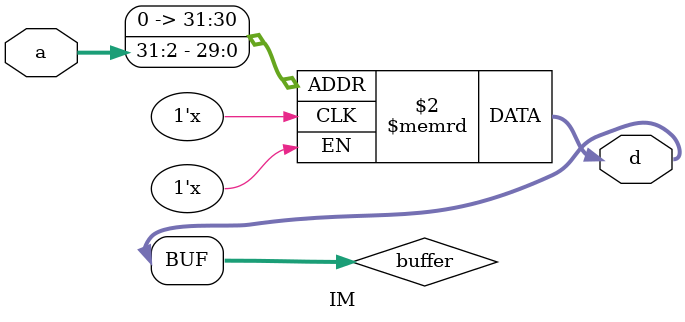
<source format=v>
module IM(a, d);    
   input[31:0] a;
   output wire [31:0] d;
   
   reg [31:0] memory [0:1023];
  
   reg [31:0] buffer;
   assign d = buffer;


     always @(*) begin
        #90; buffer = memory[a >> 2];
     end
endmodule


</source>
